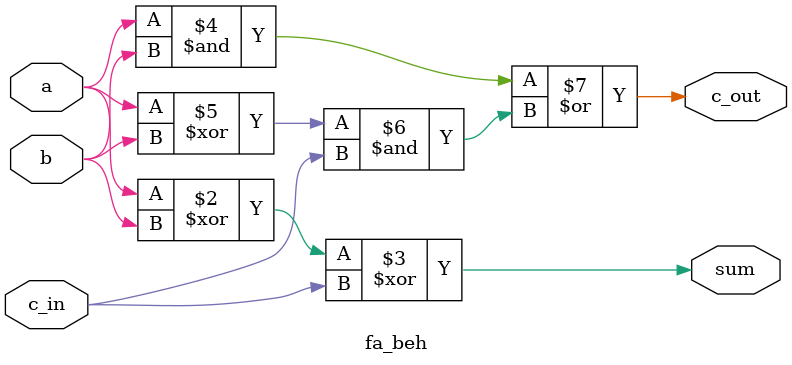
<source format=v>


module fa_beh(input a,b,c_in,
              output reg sum,c_out);

    always @ (a or b or c_in) begin
        sum = a ^ b ^ c_in;
        c_out = (a & b) | ((a^b) & c_in);
    end
endmodule
              

</source>
